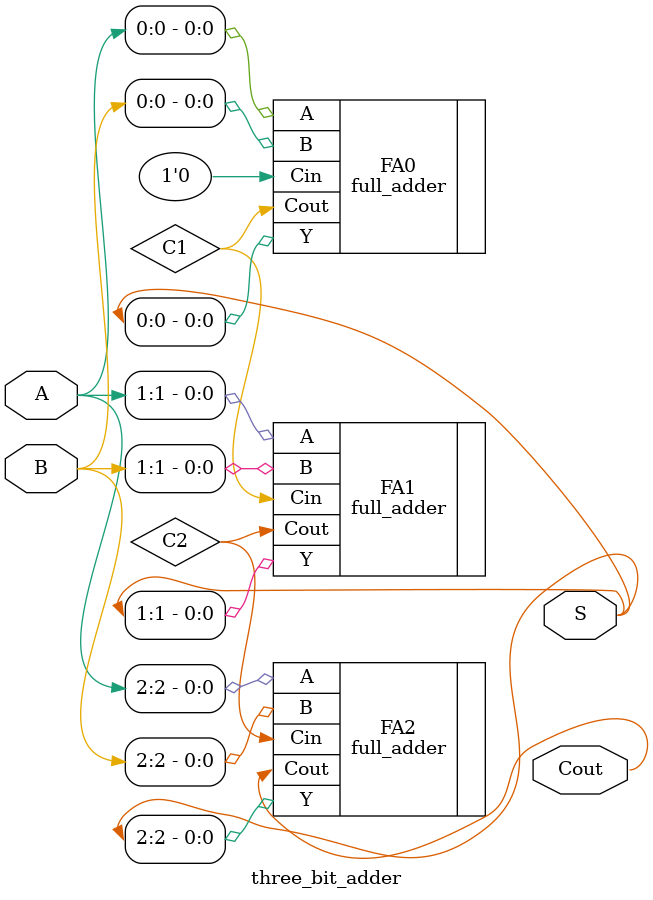
<source format=v>
module three_bit_adder(
    input [2:0] A,
    input [2:0] B,
    output [2:0] S,
    output Cout
);

    wire C1, C2;
   
    full_adder FA0(
        .A(A[0]),
        .B(B[0]),
        .Cin(1'b0),
        .Y(S[0]),
        .Cout(C1)
    );
   
    full_adder FA1(
        .A(A[1]),
        .B(B[1]),
        .Cin(C1),
        .Y(S[1]),
        .Cout(C2)
    );
   
    full_adder FA2(
        .A(A[2]),
        .B(B[2]),
        .Cin(C2),
        .Y(S[2]),
        .Cout(Cout)
    );

endmodule

</source>
